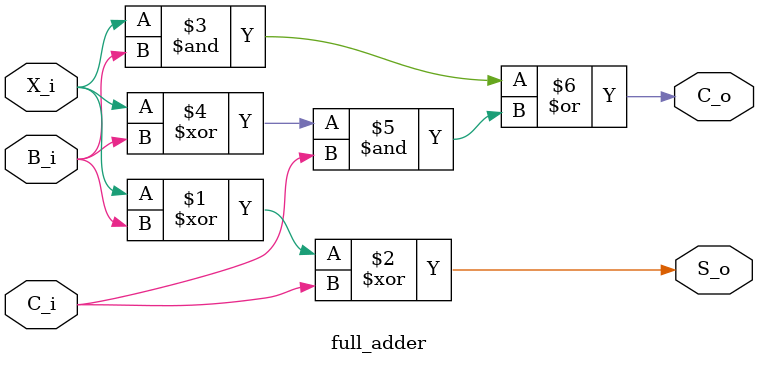
<source format=sv>
module add_subtract (
    input  wire [7:0]  a_i,
    input  wire [7:0]  b_i,
    input              add_sub,     // 0: C?ng, 1: Tr?
    output wire [7:0]  result_o,
    output             o_carry,
    output             o_ovf
);
  wire [6:0] c;
  wire [7:0] b_mod_i;

  assign b_mod_i      = b_i ^ {8{add_sub}}; // n?u b_i là [3:0] và add_sub là 1 bit

  full_adder f0 ( .X_i(a_i[0]), .B_i(b_mod_i[0]), .C_i(add_sub), .S_o(result_o[0]), .C_o(c[0])    );
  full_adder f1 ( .X_i(a_i[1]), .B_i(b_mod_i[1]), .C_i(c[0]),    .S_o(result_o[1]), .C_o(c[1])    );
  full_adder f2 ( .X_i(a_i[2]), .B_i(b_mod_i[2]), .C_i(c[1]),    .S_o(result_o[2]), .C_o(c[2])    );
  full_adder f3 ( .X_i(a_i[3]), .B_i(b_mod_i[3]), .C_i(c[2]),.    S_o(result_o[3]), .C_o(c[3])    );
  full_adder f4 ( .X_i(a_i[4]), .B_i(b_mod_i[4]), .C_i(c[3]),.    S_o(result_o[4]), .C_o(c[4])    );
  full_adder f5 ( .X_i(a_i[5]), .B_i(b_mod_i[5]), .C_i(c[4]),.    S_o(result_o[5]), .C_o(c[5])    );
  full_adder f6 ( .X_i(a_i[6]), .B_i(b_mod_i[6]), .C_i(c[5]),.    S_o(result_o[6]), .C_o(c[6])    );
  full_adder f7 ( .X_i(a_i[7]), .B_i(b_mod_i[7]), .C_i(c[6]),.    S_o(result_o[7]), .C_o(o_carry) );

  assign o_ovf = o_carry ^ c[6];
endmodule
module full_adder (
  input logic X_i, B_i, C_i,
  output logic S_o, C_o
);
  assign S_o = X_i ^ B_i ^ C_i;
  assign C_o = ( X_i & B_i ) | ( ( X_i ^ B_i ) & C_i );
endmodule 

</source>
